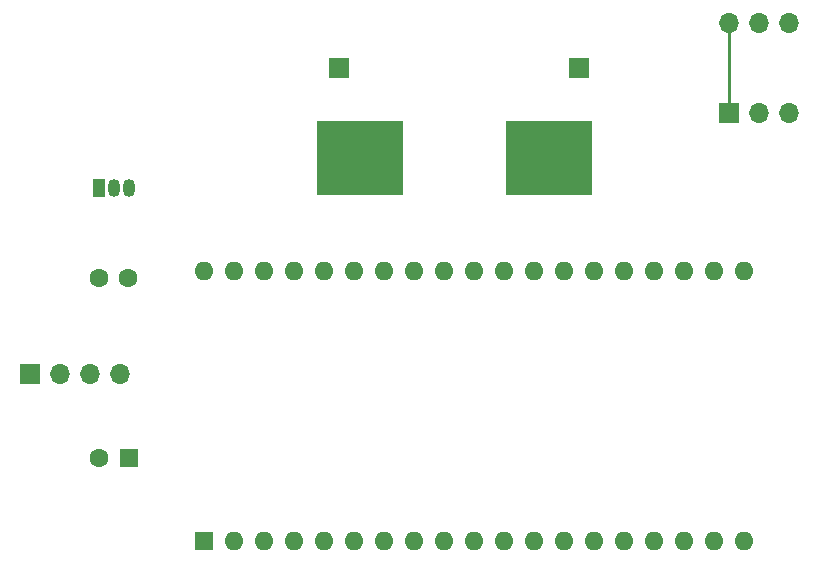
<source format=gbr>
G04 #@! TF.GenerationSoftware,KiCad,Pcbnew,(6.0.7)*
G04 #@! TF.CreationDate,2024-02-28T00:28:35-05:00*
G04 #@! TF.ProjectId,DBA,4442412e-6b69-4636-9164-5f7063625858,rev?*
G04 #@! TF.SameCoordinates,Original*
G04 #@! TF.FileFunction,Copper,L2,Bot*
G04 #@! TF.FilePolarity,Positive*
%FSLAX46Y46*%
G04 Gerber Fmt 4.6, Leading zero omitted, Abs format (unit mm)*
G04 Created by KiCad (PCBNEW (6.0.7)) date 2024-02-28 00:28:35*
%MOMM*%
%LPD*%
G01*
G04 APERTURE LIST*
G04 #@! TA.AperFunction,ComponentPad*
%ADD10R,1.050000X1.500000*%
G04 #@! TD*
G04 #@! TA.AperFunction,ComponentPad*
%ADD11O,1.050000X1.500000*%
G04 #@! TD*
G04 #@! TA.AperFunction,ComponentPad*
%ADD12R,1.600000X1.600000*%
G04 #@! TD*
G04 #@! TA.AperFunction,ComponentPad*
%ADD13O,1.600000X1.600000*%
G04 #@! TD*
G04 #@! TA.AperFunction,ComponentPad*
%ADD14C,1.600000*%
G04 #@! TD*
G04 #@! TA.AperFunction,ComponentPad*
%ADD15R,1.700000X1.700000*%
G04 #@! TD*
G04 #@! TA.AperFunction,ComponentPad*
%ADD16O,1.700000X1.700000*%
G04 #@! TD*
G04 #@! TA.AperFunction,SMDPad,CuDef*
%ADD17R,7.340000X6.350000*%
G04 #@! TD*
G04 #@! TA.AperFunction,Conductor*
%ADD18C,0.250000*%
G04 #@! TD*
G04 APERTURE END LIST*
D10*
G04 #@! TO.P,U2,1,GND*
G04 #@! TO.N,GND*
X104140000Y-93980000D03*
D11*
G04 #@! TO.P,U2,2,VI*
G04 #@! TO.N,Net-(J4-Pad1)*
X105410000Y-93980000D03*
G04 #@! TO.P,U2,3,VO*
G04 #@! TO.N,Net-(C1-Pad2)*
X106680000Y-93980000D03*
G04 #@! TD*
D12*
G04 #@! TO.P,U1,1,3v3*
G04 #@! TO.N,Net-(C1-Pad2)*
X113090000Y-123880000D03*
D13*
G04 #@! TO.P,U1,2,En*
G04 #@! TO.N,unconnected-(U1-Pad2)*
X115630000Y-123880000D03*
G04 #@! TO.P,U1,3,SVP*
G04 #@! TO.N,unconnected-(U1-Pad3)*
X118170000Y-123880000D03*
G04 #@! TO.P,U1,4,Svn*
G04 #@! TO.N,unconnected-(U1-Pad4)*
X120710000Y-123880000D03*
G04 #@! TO.P,U1,5,IO34*
G04 #@! TO.N,unconnected-(U1-Pad5)*
X123250000Y-123880000D03*
G04 #@! TO.P,U1,6,IO35*
G04 #@! TO.N,unconnected-(U1-Pad6)*
X125790000Y-123880000D03*
G04 #@! TO.P,U1,7,IO32*
G04 #@! TO.N,unconnected-(U1-Pad7)*
X128330000Y-123880000D03*
G04 #@! TO.P,U1,8,IO33*
G04 #@! TO.N,unconnected-(U1-Pad8)*
X130870000Y-123880000D03*
G04 #@! TO.P,U1,9,IO25*
G04 #@! TO.N,Net-(MK2-Pad4)*
X133410000Y-123880000D03*
G04 #@! TO.P,U1,10,IO26*
G04 #@! TO.N,Net-(MK1-Pad4)*
X135950000Y-123880000D03*
G04 #@! TO.P,U1,11,IO27*
G04 #@! TO.N,unconnected-(U1-Pad11)*
X138490000Y-123880000D03*
G04 #@! TO.P,U1,12,IO14*
G04 #@! TO.N,unconnected-(U1-Pad12)*
X141030000Y-123880000D03*
G04 #@! TO.P,U1,13,IO12*
G04 #@! TO.N,unconnected-(U1-Pad13)*
X143570000Y-123880000D03*
G04 #@! TO.P,U1,14,GND*
G04 #@! TO.N,GND*
X146110000Y-123880000D03*
G04 #@! TO.P,U1,15,IO13*
G04 #@! TO.N,unconnected-(U1-Pad15)*
X148650000Y-123880000D03*
G04 #@! TO.P,U1,16,SD2*
G04 #@! TO.N,unconnected-(U1-Pad16)*
X151190000Y-123880000D03*
G04 #@! TO.P,U1,17,SD3*
G04 #@! TO.N,unconnected-(U1-Pad17)*
X153730000Y-123880000D03*
G04 #@! TO.P,U1,18,CMD*
G04 #@! TO.N,unconnected-(U1-Pad18)*
X156270000Y-123880000D03*
G04 #@! TO.P,U1,19,5V*
G04 #@! TO.N,unconnected-(U1-Pad19)*
X158810000Y-123880000D03*
G04 #@! TO.P,U1,20,CLK*
G04 #@! TO.N,unconnected-(U1-Pad20)*
X158810000Y-101020000D03*
G04 #@! TO.P,U1,21,SD0*
G04 #@! TO.N,unconnected-(U1-Pad21)*
X156270000Y-101020000D03*
G04 #@! TO.P,U1,22,SD1*
G04 #@! TO.N,unconnected-(U1-Pad22)*
X153730000Y-101020000D03*
G04 #@! TO.P,U1,23,IO15*
G04 #@! TO.N,unconnected-(U1-Pad23)*
X151190000Y-101020000D03*
G04 #@! TO.P,U1,24,IO2*
G04 #@! TO.N,unconnected-(U1-Pad24)*
X148650000Y-101020000D03*
G04 #@! TO.P,U1,25,IO0*
G04 #@! TO.N,unconnected-(U1-Pad25)*
X146110000Y-101020000D03*
G04 #@! TO.P,U1,26,IO4*
G04 #@! TO.N,unconnected-(U1-Pad26)*
X143570000Y-101020000D03*
G04 #@! TO.P,U1,27,IO16*
G04 #@! TO.N,unconnected-(U1-Pad27)*
X141030000Y-101020000D03*
G04 #@! TO.P,U1,28,IO17*
G04 #@! TO.N,unconnected-(U1-Pad28)*
X138490000Y-101020000D03*
G04 #@! TO.P,U1,29,IO5*
G04 #@! TO.N,unconnected-(U1-Pad29)*
X135950000Y-101020000D03*
G04 #@! TO.P,U1,30,IO18*
G04 #@! TO.N,unconnected-(U1-Pad30)*
X133410000Y-101020000D03*
G04 #@! TO.P,U1,31,IO19*
G04 #@! TO.N,unconnected-(U1-Pad31)*
X130870000Y-101020000D03*
G04 #@! TO.P,U1,32,GND*
G04 #@! TO.N,GND*
X128330000Y-101020000D03*
G04 #@! TO.P,U1,33,IO21*
G04 #@! TO.N,unconnected-(U1-Pad33)*
X125790000Y-101020000D03*
G04 #@! TO.P,U1,34,RxD0*
G04 #@! TO.N,unconnected-(U1-Pad34)*
X123250000Y-101020000D03*
G04 #@! TO.P,U1,35,TxD0*
G04 #@! TO.N,unconnected-(U1-Pad35)*
X120710000Y-101020000D03*
G04 #@! TO.P,U1,36,IO22*
G04 #@! TO.N,Net-(MK1-Pad3)*
X118170000Y-101020000D03*
G04 #@! TO.P,U1,37,IO23*
G04 #@! TO.N,Net-(MK1-Pad2)*
X115630000Y-101020000D03*
G04 #@! TO.P,U1,38,GND*
G04 #@! TO.N,GND*
X113090000Y-101020000D03*
G04 #@! TD*
D12*
G04 #@! TO.P,C2,1*
G04 #@! TO.N,Net-(C1-Pad2)*
X106680000Y-116840000D03*
D14*
G04 #@! TO.P,C2,2*
G04 #@! TO.N,GND*
X104180000Y-116840000D03*
G04 #@! TD*
D15*
G04 #@! TO.P,J4,1,Pin_1*
G04 #@! TO.N,Net-(J4-Pad1)*
X124460000Y-83820000D03*
G04 #@! TD*
D14*
G04 #@! TO.P,C1,1*
G04 #@! TO.N,GND*
X104140000Y-101600000D03*
G04 #@! TO.P,C1,2*
G04 #@! TO.N,Net-(C1-Pad2)*
X106640000Y-101600000D03*
G04 #@! TD*
D15*
G04 #@! TO.P,MK2,1,GND*
G04 #@! TO.N,GND*
X98298000Y-109728000D03*
D16*
G04 #@! TO.P,MK2,2,VCC*
G04 #@! TO.N,Net-(C1-Pad2)*
X100838000Y-109728000D03*
G04 #@! TO.P,MK2,3,NC*
G04 #@! TO.N,unconnected-(MK2-Pad3)*
X103378000Y-109728000D03*
G04 #@! TO.P,MK2,4,SIG*
G04 #@! TO.N,Net-(MK2-Pad4)*
X105918000Y-109728000D03*
G04 #@! TD*
D15*
G04 #@! TO.P,MK1,1,L/R*
G04 #@! TO.N,GND*
X157480000Y-87630000D03*
D16*
G04 #@! TO.P,MK1,2,WS*
G04 #@! TO.N,Net-(MK1-Pad2)*
X160020000Y-87630000D03*
G04 #@! TO.P,MK1,3,SCK*
G04 #@! TO.N,Net-(MK1-Pad3)*
X162560000Y-87630000D03*
G04 #@! TO.P,MK1,4,SD*
G04 #@! TO.N,Net-(MK1-Pad4)*
X162560000Y-80010000D03*
G04 #@! TO.P,MK1,5,VDD*
G04 #@! TO.N,Net-(C1-Pad2)*
X160020000Y-80010000D03*
G04 #@! TO.P,MK1,6,GND*
G04 #@! TO.N,GND*
X157480000Y-80010000D03*
G04 #@! TD*
D15*
G04 #@! TO.P,J5,1,Pin_1*
G04 #@! TO.N,GND*
X144780000Y-83820000D03*
G04 #@! TD*
D17*
G04 #@! TO.P,BT1,1,+*
G04 #@! TO.N,unconnected-(BT1-Pad1)*
X126238000Y-91440000D03*
G04 #@! TO.P,BT1,2,-*
G04 #@! TO.N,unconnected-(BT1-Pad2)*
X142240000Y-91440000D03*
G04 #@! TD*
D18*
G04 #@! TO.N,GND*
X157480000Y-80010000D02*
X157480000Y-87630000D01*
G04 #@! TD*
M02*

</source>
